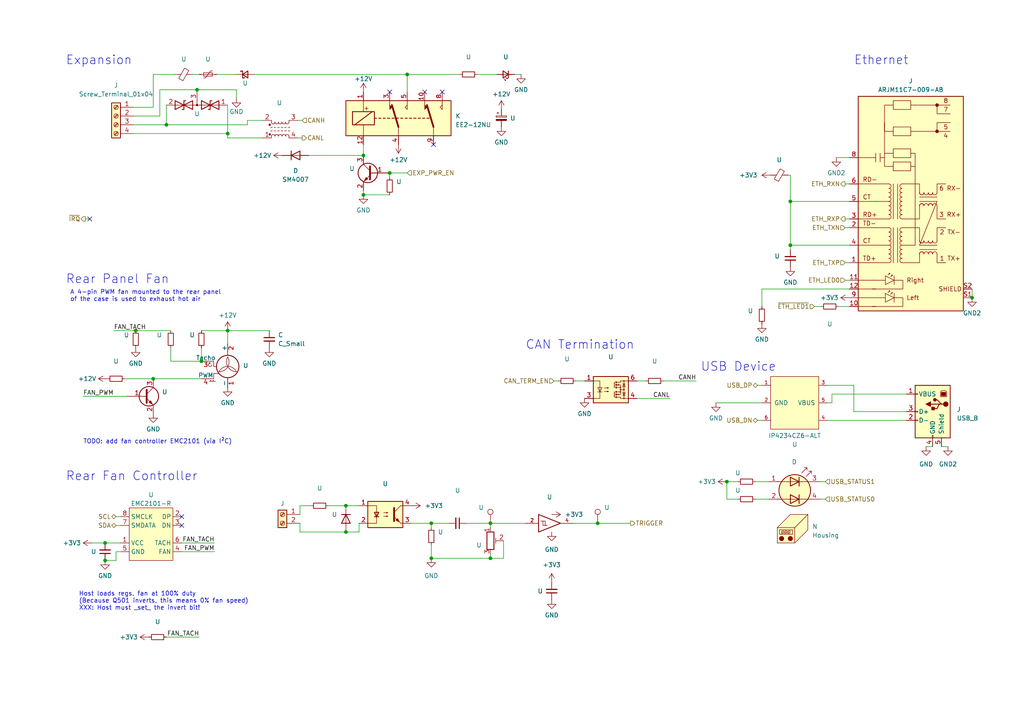
<source format=kicad_sch>
(kicad_sch (version 20220404) (generator eeschema)
  (paper "A4")
  (title_block (title "Programmable Load Controller") (date "2022-06-28") (rev "4"))
  (lib_symbols
    (symbol "74xGxx:74LVC1G17" (pin_names (offset 1.016))
      (property "Reference" "U" (at -2.54 3.81 0))
      (property "Value" "74LVC1G17" (at 0 -3.81 0))
      (symbol "74LVC1G17_1_1"
        (pin input line (at -7.62 0 0) (length 3.81) (name "~") (number "2"))
        (pin power_in line (at 0 -2.54 270) (length 0) hide (name "GND") (number "3"))
        (pin output line (at 6.35 0 180) (length 3.81) (name "~") (number "4"))
        (pin power_in line (at 0 2.54 90) (length 0) hide (name "VCC") (number "5"))
      )
    )
    (symbol "Connector:Screw_Terminal_01x02" (pin_names (offset 1.016) hide)
      (property "Reference" "J" (at 0 2.54 0))
      (property "Value" "Screw_Terminal_01x02" (at 0 -5.08 0))
      (symbol "Screw_Terminal_01x02_1_1"
        (pin passive line (at -5.08 0 0) (length 3.81) (name "Pin_1") (number "1"))
        (pin passive line (at -5.08 -2.54 0) (length 3.81) (name "Pin_2") (number "2"))
      )
    )
    (symbol "Connector:Screw_Terminal_01x04" (pin_names (offset 1.016) hide)
      (property "Reference" "J" (at 0 5.08 0))
      (property "Value" "Screw_Terminal_01x04" (at 0 -7.62 0))
      (symbol "Screw_Terminal_01x04_1_1"
        (pin passive line (at -5.08 2.54 0) (length 3.81) (name "Pin_1") (number "1"))
        (pin passive line (at -5.08 0 0) (length 3.81) (name "Pin_2") (number "2"))
        (pin passive line (at -5.08 -2.54 0) (length 3.81) (name "Pin_3") (number "3"))
        (pin passive line (at -5.08 -5.08 0) (length 3.81) (name "Pin_4") (number "4"))
      )
    )
    (symbol "Connector:TestPoint" (pin_numbers hide) (pin_names (offset 0.762) hide)
      (property "Reference" "TP" (at 0 6.858 0))
      (property "Value" "TestPoint" (at 0 5.08 0))
      (symbol "TestPoint_1_1"
        (pin passive line (at 0 0 90) (length 2.54) (name "1") (number "1"))
      )
    )
    (symbol "Connector:USB_B" (pin_names (offset 1.016))
      (property "Reference" "J" (at -5.08 11.43 0))
      (property "Value" "USB_B" (at -5.08 8.89 0))
      (symbol "USB_B_1_1"
        (pin power_out line (at 7.62 5.08 180) (length 2.54) (name "VBUS") (number "1"))
        (pin bidirectional line (at 7.62 -2.54 180) (length 2.54) (name "D-") (number "2"))
        (pin bidirectional line (at 7.62 0 180) (length 2.54) (name "D+") (number "3"))
        (pin power_out line (at 0 -10.16 90) (length 2.54) (name "GND") (number "4"))
        (pin passive line (at -2.54 -10.16 90) (length 2.54) (name "Shield") (number "5"))
      )
    )
    (symbol "Device:C_Polarized_Small" (pin_numbers hide) (pin_names (offset 0.254) hide)
      (property "Reference" "C" (at 0.254 1.778 0))
      (property "Value" "C_Polarized_Small" (at 0.254 -2.032 0))
      (symbol "C_Polarized_Small_1_1"
        (pin passive line (at 0 2.54 270) (length 1.8542) (name "~") (number "1"))
        (pin passive line (at 0 -2.54 90) (length 1.8542) (name "~") (number "2"))
      )
    )
    (symbol "Device:C_Small" (pin_numbers hide) (pin_names (offset 0.254) hide)
      (property "Reference" "C" (at 0.254 1.778 0))
      (property "Value" "C_Small" (at 0.254 -2.032 0))
      (symbol "C_Small_1_1"
        (pin passive line (at 0 2.54 270) (length 2.032) (name "~") (number "1"))
        (pin passive line (at 0 -2.54 90) (length 2.032) (name "~") (number "2"))
      )
    )
    (symbol "Device:D_Schottky_Small" (pin_numbers hide) (pin_names (offset 0.254) hide)
      (property "Reference" "D" (at -1.27 2.032 0))
      (property "Value" "D_Schottky_Small" (at -7.112 -2.032 0))
      (symbol "D_Schottky_Small_1_1"
        (pin passive line (at -2.54 0 0) (length 1.778) (name "K") (number "1"))
        (pin passive line (at 2.54 0 180) (length 1.778) (name "A") (number "2"))
      )
    )
    (symbol "Device:D_TVS_Dual_AAC" (pin_names (offset 1.016) hide)
      (property "Reference" "D" (at 0 4.445 0))
      (property "Value" "D_TVS_Dual_AAC" (at 0 2.54 0))
      (symbol "D_TVS_Dual_AAC_1_1"
        (pin passive line (at -8.89 0 0) (length 2.54) (name "A1") (number "1"))
        (pin passive line (at 8.89 0 180) (length 2.54) (name "A2") (number "2"))
        (pin input line (at 0 -3.81 90) (length 2.54) (name "common") (number "3"))
      )
    )
    (symbol "Device:FerriteBead_Small" (pin_numbers hide) (pin_names (offset 0))
      (property "Reference" "FB" (at 1.905 1.27 0))
      (property "Value" "FerriteBead_Small" (at 1.905 -1.27 0))
      (symbol "FerriteBead_Small_1_1"
        (pin passive line (at 0 2.54 270) (length 1.27) (name "~") (number "1"))
        (pin passive line (at 0 -2.54 90) (length 1.27) (name "~") (number "2"))
      )
    )
    (symbol "Device:LED_Dual_AAKK" (pin_names (offset 0) hide)
      (property "Reference" "D" (at 0 5.715 0))
      (property "Value" "LED_Dual_AAKK" (at 0 -6.35 0))
      (symbol "LED_Dual_AAKK_1_1"
        (pin input line (at -7.62 2.54 0) (length 3.048) (name "A1") (number "1"))
        (pin input line (at -7.62 -2.54 0) (length 3.048) (name "A2") (number "2"))
        (pin input line (at 7.62 2.54 180) (length 3.81) (name "K1") (number "3"))
        (pin input line (at 7.62 -2.54 180) (length 3.81) (name "K2") (number "4"))
      )
    )
    (symbol "Device:LED_Small" (pin_numbers hide) (pin_names (offset 0.254) hide)
      (property "Reference" "D" (at -1.27 3.175 0))
      (property "Value" "LED_Small" (at -4.445 -2.54 0))
      (symbol "LED_Small_1_1"
        (pin passive line (at -2.54 0 0) (length 1.778) (name "K") (number "1"))
        (pin passive line (at 2.54 0 180) (length 1.778) (name "A") (number "2"))
      )
    )
    (symbol "Device:L_Ferrite_Coupled_1423" (pin_names (offset 0.254) hide)
      (property "Reference" "L" (at 0 4.445 0))
      (property "Value" "L_Ferrite_Coupled_1423" (at 0 -4.445 0))
      (symbol "L_Ferrite_Coupled_1423_1_1"
        (pin passive line (at -5.08 2.54 0) (length 2.54) (name "1") (number "1"))
        (pin passive line (at -5.08 -2.54 0) (length 2.54) (name "2") (number "2"))
        (pin passive line (at 5.08 -2.54 180) (length 2.54) (name "3") (number "3"))
        (pin passive line (at 5.08 2.54 180) (length 2.54) (name "4") (number "4"))
      )
    )
    (symbol "Device:Polyfuse_Small" (pin_numbers hide) (pin_names (offset 0))
      (property "Reference" "F" (at -1.905 0 90))
      (property "Value" "Polyfuse_Small" (at 1.905 0 90))
      (symbol "Polyfuse_Small_1_1"
        (pin passive line (at 0 2.54 270) (length 0.635) (name "~") (number "1"))
        (pin passive line (at 0 -2.54 90) (length 0.635) (name "~") (number "2"))
      )
    )
    (symbol "Device:R_Potentiometer_Trim" (pin_names (offset 1.016) hide)
      (property "Reference" "RV" (at -4.445 0 90))
      (property "Value" "R_Potentiometer_Trim" (at -2.54 0 90))
      (symbol "R_Potentiometer_Trim_1_1"
        (pin passive line (at 0 3.81 270) (length 1.27) (name "1") (number "1"))
        (pin passive line (at 3.81 0 180) (length 1.27) (name "2") (number "2"))
        (pin passive line (at 0 -3.81 90) (length 1.27) (name "3") (number "3"))
      )
    )
    (symbol "Device:R_Small" (pin_numbers hide) (pin_names (offset 0.254) hide)
      (property "Reference" "R" (at 0.762 0.508 0))
      (property "Value" "R_Small" (at 0.762 -1.016 0))
      (symbol "R_Small_1_1"
        (pin passive line (at 0 2.54 270) (length 0.762) (name "~") (number "1"))
        (pin passive line (at 0 -2.54 90) (length 0.762) (name "~") (number "2"))
      )
    )
    (symbol "Diode:1N4148W" (pin_numbers hide) (pin_names (offset 1.016) hide)
      (property "Reference" "D" (at 0 2.54 0))
      (property "Value" "1N4148W" (at 0 -2.54 0))
      (symbol "1N4148W_1_1"
        (pin passive line (at -3.81 0 0) (length 2.54) (name "K") (number "1"))
        (pin passive line (at 3.81 0 180) (length 2.54) (name "A") (number "2"))
      )
    )
    (symbol "Diode:SM4007" (pin_numbers hide) (pin_names (offset 1.016) hide)
      (property "Reference" "D" (at 0 2.54 0))
      (property "Value" "SM4007" (at 0 -2.54 0))
      (symbol "SM4007_1_1"
        (pin passive line (at -3.81 0 0) (length 2.54) (name "K") (number "1"))
        (pin passive line (at 3.81 0 180) (length 2.54) (name "A") (number "2"))
      )
    )
    (symbol "Isolator:FODM217B"
      (property "Reference" "U" (at -5.08 5.08 0))
      (property "Value" "FODM217B" (at 0 5.08 0))
      (symbol "FODM217B_1_1"
        (pin passive line (at -7.62 2.54 0) (length 2.54) (name "~") (number "1"))
        (pin passive line (at -7.62 -2.54 0) (length 2.54) (name "~") (number "2"))
        (pin passive line (at 7.62 -2.54 180) (length 2.54) (name "~") (number "3"))
        (pin passive line (at 7.62 2.54 180) (length 2.54) (name "~") (number "4"))
      )
    )
    (symbol "Mechanical:Housing" (pin_names (offset 1.016))
      (property "Reference" "N" (at 3.81 0 0))
      (property "Value" "Housing" (at 3.81 -1.905 0))
    )
    (symbol "Motor:Fan_4pin" (pin_names (offset 0))
      (property "Reference" "M" (at 2.54 5.08 0))
      (property "Value" "Fan_4pin" (at 2.54 -2.54 0))
      (symbol "Fan_4pin_1_1"
        (pin passive line (at 0 -5.08 90) (length 2.54) (name "-") (number "1"))
        (pin passive line (at 0 7.62 270) (length 2.54) (name "+") (number "2"))
        (pin passive line (at -7.62 2.54 0) (length 2.54) (name "Tacho") (number "3"))
        (pin input line (at -7.62 -2.54 0) (length 2.54) (name "PWM") (number "4"))
      )
    )
    (symbol "Relay:EE2-12NU"
      (property "Reference" "K" (at 15.24 8.89 0))
      (property "Value" "EE2-12NU" (at 19.05 6.35 0))
      (symbol "EE2-12NU_1_1"
        (text "+" (at -9.271 2.921 0) (effects (font (size 1.27 1.27))))
        (pin passive line (at -10.16 7.62 270) (length 2.54) (name "~") (number "1"))
        (pin passive line (at 7.62 7.62 270) (length 2.54) (name "~") (number "10"))
        (pin passive line (at -10.16 -7.62 90) (length 2.54) (name "~") (number "12"))
        (pin passive line (at -2.54 7.62 270) (length 2.54) (name "~") (number "3"))
        (pin passive line (at 0 -7.62 90) (length 2.54) (name "~") (number "4"))
        (pin passive line (at 2.54 7.62 270) (length 2.54) (name "~") (number "5"))
        (pin passive line (at 12.7 7.62 270) (length 2.54) (name "~") (number "8"))
        (pin passive line (at 10.16 -7.62 90) (length 2.54) (name "~") (number "9"))
      )
    )
    (symbol "Transistor_BJT:MMBT3904" (pin_names (offset 0) hide)
      (property "Reference" "Q" (at 5.08 1.905 0))
      (property "Value" "MMBT3904" (at 5.08 0 0))
      (symbol "MMBT3904_1_1"
        (pin input line (at -5.08 0 0) (length 5.715) (name "B") (number "1"))
        (pin passive line (at 2.54 -5.08 90) (length 2.54) (name "E") (number "2"))
        (pin passive line (at 2.54 5.08 270) (length 2.54) (name "C") (number "3"))
      )
    )
    (symbol "power:+12V" (power) (pin_names (offset 0))
      (property "Value" "+12V" (at 0 3.556 0))
      (symbol "+12V_1_1"
        (pin power_in line (at 0 0 90) (length 0) hide (name "+12V") (number "1"))
      )
    )
    (symbol "power:+3V3" (power) (pin_names (offset 0))
      (property "Value" "+3V3" (at 0 3.556 0))
      (symbol "+3V3_1_1"
        (pin power_in line (at 0 0 90) (length 0) hide (name "+3V3") (number "1"))
      )
    )
    (symbol "power:GND" (power) (pin_names (offset 0))
      (property "Value" "GND" (at 0 -3.81 0))
      (symbol "GND_1_1"
        (pin power_in line (at 0 0 270) (length 0) hide (name "GND") (number "1"))
      )
    )
    (symbol "power:GND2" (power) (pin_names (offset 0))
      (property "Value" "GND2" (at 0 -3.81 0))
      (symbol "GND2_1_1"
        (pin power_in line (at 0 0 270) (length 0) hide (name "GND2") (number "1"))
      )
    )
    (symbol "programmable-load:ARJM11C7-009-AB" (pin_names (offset 1.016) hide)
      (property "Reference" "J" (at 0 -38.1 0))
      (property "Value" "ARJM11C7-009-AB" (at 0 -35.56 0))
      (symbol "ARJM11C7-009-AB_0_0"
        (text "1 TX+" (at 11.43 -19.05 0) (effects (font (size 1.27 1.27))))
        (text "2 TX-" (at 11.43 -11.43 0) (effects (font (size 1.27 1.27))))
        (text "3 RX+" (at 11.43 -6.35 0) (effects (font (size 1.27 1.27))))
        (text "4" (at 10.16 16.51 0) (effects (font (size 1.27 1.27))))
        (text "5" (at 10.16 19.05 0) (effects (font (size 1.27 1.27))))
        (text "6 RX-" (at 11.43 1.27 0) (effects (font (size 1.27 1.27))))
        (text "7" (at 10.16 24.13 0) (effects (font (size 1.27 1.27))))
        (text "8" (at 10.16 26.67 0) (effects (font (size 1.27 1.27))))
        (text "CT" (at -13.97 -1.27 0) (effects (font (size 1.27 1.27)) (justify left)))
        (text "RD-" (at -13.97 3.81 0) (effects (font (size 1.27 1.27)) (justify left)))
        (text "Right" (at -1.27 -25.4 0) (effects (font (size 1.27 1.27)) (justify left)))
        (text "SHIELD" (at 11.43 -27.94 0) (effects (font (size 1.27 1.27))))
      )
      (symbol "ARJM11C7-009-AB_1_1"
        (text "CT" (at -13.97 -13.97 0) (effects (font (size 1.27 1.27)) (justify left)))
        (text "Left" (at -1.27 -30.48 0) (effects (font (size 1.27 1.27)) (justify left)))
        (text "RD+" (at -13.97 -6.35 0) (effects (font (size 1.27 1.27)) (justify left)))
        (text "TD+" (at -13.97 -19.05 0) (effects (font (size 1.27 1.27)) (justify left)))
        (text "TD-" (at -13.97 -8.89 0) (effects (font (size 1.27 1.27)) (justify left)))
        (pin passive line (at -17.78 -20.32 0) (length 2.54) (name "TD+") (number "1"))
        (pin passive line (at -17.78 -33.02 0) (length 2.54) (name "RLED-") (number "10"))
        (pin passive line (at -17.78 -25.4 0) (length 2.54) (name "LLED+") (number "11"))
        (pin passive line (at -17.78 -27.94 0) (length 2.54) (name "LLED-") (number "12"))
        (pin passive line (at -17.78 -10.16 0) (length 2.54) (name "TD-") (number "2"))
        (pin passive line (at -17.78 -7.62 0) (length 2.54) (name "RD+") (number "3"))
        (pin passive line (at -17.78 -15.24 0) (length 2.54) (name "CT") (number "4"))
        (pin passive line (at -17.78 -2.54 0) (length 2.54) (name "CT") (number "5"))
        (pin passive line (at -17.78 2.54 0) (length 2.54) (name "RD-") (number "6"))
        (pin no_connect line (at -17.78 17.78 0) (length 2.54) hide (name "NC") (number "7"))
        (pin passive line (at -17.78 10.16 0) (length 2.54) (name "8") (number "8"))
        (pin passive line (at -17.78 -30.48 0) (length 2.54) (name "RLED+") (number "9"))
        (pin passive line (at 17.78 -30.48 180) (length 2.54) (name "SHIELD") (number "S1"))
        (pin passive line (at 17.78 -27.94 180) (length 2.54) (name "SHIELD") (number "S2"))
      )
    )
    (symbol "programmable-load:EMC2101-R"
      (property "Reference" "U" (at 0 3.81 0))
      (property "Value" "EMC2101-R" (at 0 1.27 0))
      (symbol "EMC2101-R_1_1"
        (pin power_in line (at -8.89 -10.16 0) (length 2.54) (name "VCC") (number "1"))
        (pin output line (at 8.89 -2.54 180) (length 2.54) (name "DP") (number "2"))
        (pin input line (at 8.89 -5.08 180) (length 2.54) (name "DN") (number "3"))
        (pin output line (at 8.89 -12.7 180) (length 2.54) (name "FAN") (number "4"))
        (pin power_in line (at -8.89 -12.7 0) (length 2.54) (name "GND") (number "5"))
        (pin input line (at 8.89 -10.16 180) (length 2.54) (name "TACH") (number "6"))
        (pin bidirectional line (at -8.89 -5.08 0) (length 2.54) (name "SMDATA") (number "7"))
        (pin bidirectional line (at -8.89 -2.54 0) (length 2.54) (name "SMCLK") (number "8"))
      )
    )
    (symbol "programmable-load:IP4234CZ6-ALT" (pin_names (offset 1.016))
      (property "Reference" "U" (at 6.35 5.08 0))
      (property "Value" "IP4234CZ6-ALT" (at 6.35 2.54 0))
      (symbol "IP4234CZ6-ALT_1_1"
        (pin passive line (at 16.51 -12.7 180) (length 2.54) (name "1") (number "1"))
        (pin passive line (at 16.51 -7.62 180) (length 2.54) (name "GND") (number "2"))
        (pin passive line (at -2.54 -12.7 0) (length 2.54) (name "3") (number "3"))
        (pin passive line (at -2.54 -2.54 0) (length 2.54) (name "4") (number "4"))
        (pin passive line (at -2.54 -7.62 0) (length 2.54) (name "VBUS") (number "5"))
        (pin passive line (at 16.51 -2.54 180) (length 2.54) (name "6") (number "6"))
      )
    )
    (symbol "programmable-load:TLP170A"
      (property "Reference" "U" (at -5.08 4.953 0))
      (property "Value" "TLP170A" (at -5.08 -5.08 0))
      (symbol "TLP170A_1_1"
        (pin passive line (at -7.62 2.54 0) (length 2.54) (name "~") (number "1"))
        (pin passive line (at -7.62 -2.54 0) (length 2.54) (name "~") (number "3"))
        (pin passive line (at 7.62 -2.54 180) (length 2.54) (name "~") (number "4"))
        (pin passive line (at 7.62 2.54 180) (length 2.54) (name "~") (number "6"))
      )
    )
  )
  (junction (at 142.24 161.925))
  (junction (at 66.04 38.735))
  (junction (at 210.82 139.7))
  (junction (at 100.33 146.685))
  (junction (at 173.355 151.765))
  (junction (at 118.11 21.59))
  (junction (at 281.94 86.36))
  (junction (at 58.42 104.775))
  (junction (at 39.37 95.885))
  (junction (at 105.41 45.085))
  (junction (at 48.26 36.195))
  (junction (at 30.48 157.48))
  (junction (at 105.41 56.515))
  (junction (at 57.15 26.035))
  (junction (at 229.235 58.42))
  (junction (at 113.03 50.165))
  (junction (at 125.095 161.925))
  (junction (at 125.095 151.765))
  (junction (at 229.235 71.12))
  (junction (at 100.33 154.305))
  (junction (at 66.04 95.885))
  (junction (at 142.24 151.765))
  (junction (at 44.45 109.855))
  (junction (at 30.48 162.56))
  (no_connect (at 128.27 26.67))
  (no_connect (at 123.19 26.67))
  (no_connect (at 52.705 149.86))
  (no_connect (at 52.705 152.4))
  (no_connect (at 113.03 26.67))
  (no_connect (at 125.73 41.91))
  (no_connect (at 26.035 63.5))
  (wire (pts (xy 245.11 53.34) (xy 246.38 53.34)))
  (wire (pts (xy 135.255 151.765) (xy 142.24 151.765)))
  (wire (pts (xy 105.41 56.515) (xy 113.03 56.515)))
  (wire (pts (xy 219.71 121.92) (xy 220.98 121.92)))
  (wire (pts (xy 48.26 36.195) (xy 48.26 30.48)))
  (wire (pts (xy 30.48 162.56) (xy 33.655 162.56)))
  (wire (pts (xy 142.24 161.925) (xy 146.05 161.925)))
  (wire (pts (xy 86.36 34.925) (xy 87.63 34.925)))
  (wire (pts (xy 247.65 111.76) (xy 247.65 119.38)))
  (wire (pts (xy 245.11 66.04) (xy 246.38 66.04)))
  (wire (pts (xy 245.11 63.5) (xy 246.38 63.5)))
  (wire (pts (xy 33.655 149.86) (xy 34.925 149.86)))
  (wire (pts (xy 229.235 50.8) (xy 228.6 50.8)))
  (wire (pts (xy 138.43 21.59) (xy 144.145 21.59)))
  (wire (pts (xy 30.48 157.48) (xy 34.925 157.48)))
  (wire (pts (xy 247.65 119.38) (xy 262.89 119.38)))
  (wire (pts (xy 229.235 58.42) (xy 229.235 50.8)))
  (wire (pts (xy 89.535 45.085) (xy 105.41 45.085)))
  (wire (pts (xy 104.14 146.685) (xy 100.33 146.685)))
  (wire (pts (xy 125.095 151.765) (xy 125.095 153.035)))
  (wire (pts (xy 44.45 21.59) (xy 50.8 21.59)))
  (wire (pts (xy 49.53 104.775) (xy 49.53 100.965)))
  (wire (pts (xy 86.36 40.005) (xy 87.63 40.005)))
  (wire (pts (xy 219.71 111.76) (xy 220.98 111.76)))
  (wire (pts (xy 207.645 116.84) (xy 220.98 116.84)))
  (wire (pts (xy 125.095 151.765) (xy 130.175 151.765)))
  (wire (pts (xy 66.04 38.735) (xy 66.04 30.48)))
  (wire (pts (xy 192.405 110.49) (xy 201.93 110.49)))
  (wire (pts (xy 229.235 71.12) (xy 229.235 72.39)))
  (wire (pts (xy 71.755 36.195) (xy 71.755 34.925)))
  (wire (pts (xy 38.735 33.655) (xy 46.355 33.655)))
  (wire (pts (xy 52.705 157.48) (xy 62.23 157.48)))
  (wire (pts (xy 38.735 38.735) (xy 66.04 38.735)))
  (wire (pts (xy 33.655 162.56) (xy 33.655 160.02)))
  (wire (pts (xy 113.03 50.165) (xy 118.11 50.165)))
  (wire (pts (xy 146.05 156.845) (xy 146.05 161.925)))
  (wire (pts (xy 104.14 154.305) (xy 104.14 151.765)))
  (wire (pts (xy 236.22 88.9) (xy 238.125 88.9)))
  (wire (pts (xy 55.88 21.59) (xy 57.785 21.59)))
  (wire (pts (xy 167.005 110.49) (xy 169.545 110.49)))
  (wire (pts (xy 149.225 21.59) (xy 151.13 21.59)))
  (wire (pts (xy 118.11 21.59) (xy 118.11 26.67)))
  (wire (pts (xy 46.355 33.655) (xy 46.355 26.035)))
  (wire (pts (xy 33.655 152.4) (xy 34.925 152.4)))
  (wire (pts (xy 245.11 81.28) (xy 246.38 81.28)))
  (wire (pts (xy 33.02 95.885) (xy 39.37 95.885)))
  (wire (pts (xy 166.37 151.765) (xy 173.355 151.765)))
  (wire (pts (xy 118.11 21.59) (xy 133.35 21.59)))
  (wire (pts (xy 243.205 88.9) (xy 246.38 88.9)))
  (wire (pts (xy 242.57 45.72) (xy 246.38 45.72)))
  (wire (pts (xy 49.53 104.775) (xy 58.42 104.775)))
  (wire (pts (xy 73.66 21.59) (xy 118.11 21.59)))
  (wire (pts (xy 26.67 157.48) (xy 30.48 157.48)))
  (wire (pts (xy 46.355 26.035) (xy 57.15 26.035)))
  (wire (pts (xy 152.4 151.765) (xy 142.24 151.765)))
  (wire (pts (xy 247.65 111.76) (xy 240.03 111.76)))
  (wire (pts (xy 100.33 154.305) (xy 104.14 154.305)))
  (wire (pts (xy 210.82 139.7) (xy 210.82 144.78)))
  (wire (pts (xy 66.04 40.005) (xy 66.04 38.735)))
  (wire (pts (xy 229.235 58.42) (xy 229.235 71.12)))
  (wire (pts (xy 220.98 83.82) (xy 246.38 83.82)))
  (wire (pts (xy 44.45 31.115) (xy 44.45 21.59)))
  (wire (pts (xy 57.15 26.67) (xy 57.15 26.035)))
  (wire (pts (xy 125.095 158.115) (xy 125.095 161.925)))
  (wire (pts (xy 48.26 36.195) (xy 71.755 36.195)))
  (wire (pts (xy 219.075 144.78) (xy 222.885 144.78)))
  (wire (pts (xy 245.11 76.2) (xy 246.38 76.2)))
  (wire (pts (xy 160.655 110.49) (xy 161.925 110.49)))
  (wire (pts (xy 68.58 26.035) (xy 57.15 26.035)))
  (wire (pts (xy 66.04 40.005) (xy 76.2 40.005)))
  (wire (pts (xy 268.605 129.54) (xy 270.51 129.54)))
  (wire (pts (xy 66.04 95.885) (xy 78.105 95.885)))
  (wire (pts (xy 173.355 151.765) (xy 182.88 151.765)))
  (wire (pts (xy 113.03 50.165) (xy 113.03 51.435)))
  (wire (pts (xy 142.24 160.655) (xy 142.24 161.925)))
  (wire (pts (xy 281.94 83.82) (xy 281.94 86.36)))
  (wire (pts (xy 58.42 100.965) (xy 58.42 104.775)))
  (wire (pts (xy 238.125 139.7) (xy 239.395 139.7)))
  (wire (pts (xy 238.125 144.78) (xy 239.395 144.78)))
  (wire (pts (xy 210.82 139.7) (xy 213.995 139.7)))
  (wire (pts (xy 273.05 129.54) (xy 274.955 129.54)))
  (wire (pts (xy 86.995 151.765) (xy 86.995 154.305)))
  (wire (pts (xy 240.03 121.92) (xy 262.89 121.92)))
  (wire (pts (xy 105.41 56.515) (xy 105.41 55.245)))
  (wire (pts (xy 24.765 63.5) (xy 26.035 63.5)))
  (wire (pts (xy 39.37 95.885) (xy 49.53 95.885)))
  (wire (pts (xy 220.98 83.82) (xy 220.98 88.9)))
  (wire (pts (xy 86.995 154.305) (xy 100.33 154.305)))
  (wire (pts (xy 95.25 146.685) (xy 100.33 146.685)))
  (wire (pts (xy 219.075 139.7) (xy 222.885 139.7)))
  (wire (pts (xy 48.26 184.785) (xy 57.785 184.785)))
  (wire (pts (xy 66.04 95.885) (xy 66.04 99.695)))
  (wire (pts (xy 36.195 109.855) (xy 44.45 109.855)))
  (wire (pts (xy 229.235 71.12) (xy 246.38 71.12)))
  (wire (pts (xy 210.82 144.78) (xy 213.995 144.78)))
  (wire (pts (xy 105.41 41.91) (xy 105.41 45.085)))
  (wire (pts (xy 38.735 31.115) (xy 44.45 31.115)))
  (wire (pts (xy 38.735 36.195) (xy 48.26 36.195)))
  (wire (pts (xy 86.995 146.685) (xy 90.17 146.685)))
  (wire (pts (xy 68.58 28.575) (xy 68.58 26.035)))
  (wire (pts (xy 71.755 34.925) (xy 76.2 34.925)))
  (wire (pts (xy 52.705 160.02) (xy 62.23 160.02)))
  (wire (pts (xy 241.3 114.3) (xy 241.3 116.84)))
  (wire (pts (xy 33.655 160.02) (xy 34.925 160.02)))
  (wire (pts (xy 241.3 114.3) (xy 262.89 114.3)))
  (wire (pts (xy 86.995 146.685) (xy 86.995 149.225)))
  (wire (pts (xy 184.785 110.49) (xy 187.325 110.49)))
  (wire (pts (xy 241.3 116.84) (xy 240.03 116.84)))
  (wire (pts (xy 62.865 21.59) (xy 68.58 21.59)))
  (wire (pts (xy 58.42 95.885) (xy 66.04 95.885)))
  (wire (pts (xy 229.235 58.42) (xy 246.38 58.42)))
  (wire (pts (xy 142.24 151.765) (xy 142.24 153.035)))
  (wire (pts (xy 125.095 161.925) (xy 142.24 161.925)))
  (wire (pts (xy 24.13 114.935) (xy 36.83 114.935)))
  (wire (pts (xy 184.785 115.57) (xy 194.31 115.57)))
  (wire (pts (xy 125.095 151.765) (xy 119.38 151.765)))
  (wire (pts (xy 44.45 109.855) (xy 58.42 109.855)))
  (text "Rear Panel Fan" (at 19.05 82.55 0) (effects (font (size 2.54 2.54)) (justify left bottom)))
  (text "CAN Termination" (at 152.4 101.6 0) (effects (font (size 2.54 2.54)) (justify left bottom)))
  (text "A 4-pin PWM fan mounted to the rear panel\nof the case is used to exhaust hot air" (at 20.32 87.63 0) (effects (font (size 1.27 1.27)) (justify left bottom)))
  (text "Host loads regs, fan at 100% duty\n(Because Q501 inverts, this means 0% fan speed)\nXXX: Host must _set_ the invert bit!" (at 22.86 177.165 0) (effects (font (size 1.27 1.27)) (justify left bottom)))
  (text "USB Device" (at 203.2 107.95 0) (effects (font (size 2.54 2.54)) (justify left bottom)))
  (text "Ethernet" (at 247.65 19.05 0) (effects (font (size 2.54 2.54)) (justify left bottom)))
  (text "Rear Fan Controller" (at 19.05 139.7 0) (effects (font (size 2.54 2.54)) (justify left bottom)))
  (text "TODO: add fan controller EMC2101 (via I²C)" (at 24.13 128.905 0) (effects (font (size 1.27 1.27)) (justify left bottom)))
  (text "Expansion" (at 19.05 19.05 0) (effects (font (size 2.54 2.54)) (justify left bottom)))
  (label "FAN_TACH" (at 57.785 184.785 0))
  (label "CANL" (at 194.31 115.57 0))
  (label "FAN_TACH" (at 33.02 95.885 0))
  (label "FAN_TACH" (at 62.23 157.48 0))
  (label "CANH" (at 201.93 110.49 0))
  (label "FAN_PWM" (at 24.13 114.935 0))
  (label "FAN_PWM" (at 62.23 160.02 0))
  (hierarchical_label "~{IRQ}" (shape output) (at 24.765 63.5 180))
  (hierarchical_label "USB_STATUS1" (shape input) (at 239.395 139.7 0))
  (hierarchical_label "SCL" (shape bidirectional) (at 33.655 149.86 180))
  (hierarchical_label "CAN_TERM_EN" (shape input) (at 160.655 110.49 180))
  (hierarchical_label "CANH" (shape input) (at 87.63 34.925 0))
  (hierarchical_label "CANL" (shape output) (at 87.63 40.005 0))
  (hierarchical_label "USB_DN" (shape bidirectional) (at 219.71 121.92 180))
  (hierarchical_label "USB_STATUS0" (shape input) (at 239.395 144.78 0))
  (hierarchical_label "SDA" (shape bidirectional) (at 33.655 152.4 180))
  (hierarchical_label "ETH_RXN" (shape output) (at 245.11 53.34 180))
  (hierarchical_label "ETH_LED0" (shape input) (at 245.11 81.28 180))
  (hierarchical_label "TRIGGER" (shape output) (at 182.88 151.765 0))
  (hierarchical_label "ETH_RXP" (shape output) (at 245.11 63.5 180))
  (hierarchical_label "EXP_PWR_EN" (shape input) (at 118.11 50.165 0))
  (hierarchical_label "USB_DP" (shape bidirectional) (at 219.71 111.76 180))
  (hierarchical_label "~{ETH_LED1}" (shape input) (at 236.22 88.9 180))
  (hierarchical_label "ETH_TXN" (shape input) (at 245.11 66.04 180))
  (hierarchical_label "ETH_TXP" (shape input) (at 245.11 76.2 180))
  (symbol (lib_id "power:+12V") (at 145.415 31.75 0) (unit 1)
    (default_instance (reference "U") (unit 1) (value "") (footprint ""))
    (property "Reference" "U" (effects hide))
  )
  (symbol (lib_id "Device:C_Small") (at 160.02 171.45 0) (mirror x) (unit 1)
    (default_instance (reference "U") (unit 1) (value "") (footprint ""))
    (property "Reference" "U" (at 157.48 171.45 0) (effects (justify right)))
    (property "JLCPCB" "C14663" (effects hide))
  )
  (symbol (lib_id "power:GND") (at 160.02 173.99 0) (mirror y) (unit 1)
    (default_instance (reference "U") (unit 1) (value "") (footprint ""))
    (property "Reference" "U" (effects hide))
  )
  (symbol (lib_id "power:GND") (at 207.645 116.84 0) (unit 1)
    (default_instance (reference "#PWR") (unit 1) (value "GND") (footprint ""))
    (property "Reference" "#PWR" (effects hide))
    (property "Value" "GND" (at 207.645 121.285 0))
  )
  (symbol (lib_id "power:GND") (at 169.545 115.57 0) (unit 1)
    (default_instance (reference "U") (unit 1) (value "") (footprint ""))
    (property "Reference" "U" (effects hide))
  )
  (symbol (lib_id "power:GND") (at 160.02 154.305 0) (mirror y) (unit 1)
    (default_instance (reference "U") (unit 1) (value "") (footprint ""))
    (property "Reference" "U" (effects hide))
  )
  (symbol (lib_id "programmable-load:IP4234CZ6-ALT") (at 237.49 124.46 180) (unit 1)
    (default_instance (reference "U") (unit 1) (value "IP4234CZ6-ALT") (footprint "Package_SO:TSOP-6_1.65x3.05mm_P0.95mm"))
    (property "Reference" "U" (at 230.505 128.905 0))
    (property "Value" "IP4234CZ6-ALT" (at 230.505 126.365 0))
    (property "Footprint" "Package_SO:TSOP-6_1.65x3.05mm_P0.95mm" (effects hide))
    (property "Datasheet" "https://assets.nexperia.com/documents/data-sheet/IP4234CZ6.pdf" (effects hide))
    (property "MPN" "IP4234CZ6,125" (effects hide))
  )
  (symbol (lib_id "Device:C_Polarized_Small") (at 145.415 34.29 0) (unit 1)
    (default_instance (reference "U") (unit 1) (value "") (footprint ""))
    (property "Reference" "U" (at 147.955 34.29 0) (effects (justify left)))
    (property "MPN" "A758EK226M1EAAE050" (effects hide))
  )
  (symbol (lib_id "Device:R_Small") (at 113.03 53.975 180) (unit 1)
    (default_instance (reference "U") (unit 1) (value "") (footprint ""))
    (property "Reference" "U" (at 114.935 52.7049 0) (effects (justify right)))
    (property "JLCPCB" "C23162" (effects hide))
  )
  (symbol (lib_id "Diode:SM4007") (at 85.725 45.085 0) (unit 1)
    (default_instance (reference "D") (unit 1) (value "SM4007") (footprint "Diode_SMD:D_MELF"))
    (property "Reference" "D" (at 85.725 49.53 0))
    (property "Value" "SM4007" (at 85.725 52.07 0))
    (property "Footprint" "Diode_SMD:D_MELF" (effects hide))
    (property "Datasheet" "http://cdn-reichelt.de/documents/datenblatt/A400/SMD1N400%23DIO.pdf" (effects hide))
    (property "MPN" "FM4007W-W" (effects hide))
  )
  (symbol (lib_id "power:GND") (at 66.04 112.395 0) (unit 1)
    (default_instance (reference "U") (unit 1) (value "") (footprint ""))
    (property "Reference" "U" (effects hide))
  )
  (symbol (lib_id "power:+12V") (at 66.04 95.885 0) (unit 1)
    (default_instance (reference "U") (unit 1) (value "") (footprint ""))
    (property "Reference" "U" (effects hide))
  )
  (symbol (lib_id "power:+3V3") (at 160.02 149.225 270) (mirror x) (unit 1)
    (default_instance (reference "U") (unit 1) (value "") (footprint ""))
    (property "Reference" "U" (effects hide))
  )
  (symbol (lib_id "Device:R_Small") (at 240.665 88.9 90) (mirror x) (unit 1)
    (default_instance (reference "U") (unit 1) (value "") (footprint ""))
    (property "Reference" "U" (at 240.665 93.98 90))
    (property "JLCPCB" "C23138" (effects hide))
  )
  (symbol (lib_id "Motor:Fan_4pin") (at 66.04 107.315 0) (unit 1)
    (default_instance (reference "U") (unit 1) (value "") (footprint ""))
    (property "Reference" "U" (at 70.485 106.0449 0) (effects (justify left)))
    (property "Datasheet" "http://www.formfactors.org/developer%5Cspecs%5Crev1_2_public.pdf" (effects hide))
    (property "MPN" "47053-1000" (effects hide))
  )
  (symbol (lib_id "Mechanical:Housing") (at 231.14 153.035 0) (unit 1)
    (default_instance (reference "N") (unit 1) (value "Housing") (footprint ""))
    (property "Reference" "N" (at 235.585 152.7175 0) (effects (justify left)))
    (property "Value" "Housing" (at 235.585 155.2575 0) (effects (justify left)))
    (property "MPN" "SLP3-150-300-F" (effects hide))
  )
  (symbol (lib_id "Device:D_Schottky_Small") (at 71.12 21.59 0) (unit 1)
    (default_instance (reference "U") (unit 1) (value "") (footprint ""))
    (property "Reference" "U" (at 71.12 24.13 0))
    (property "MPN" "SS14_R1_00001" (effects hide))
  )
  (symbol (lib_id "Device:R_Small") (at 220.98 91.44 0) (mirror x) (unit 1)
    (default_instance (reference "U") (unit 1) (value "") (footprint ""))
    (property "Reference" "U" (at 218.44 90.1699 0) (effects (justify right)))
    (property "JLCPCB" "C23138" (effects hide))
  )
  (symbol (lib_id "Device:R_Small") (at 216.535 144.78 90) (mirror x) (unit 1)
    (default_instance (reference "U") (unit 1) (value "") (footprint ""))
    (property "Reference" "U" (at 213.995 142.24 90))
    (property "JLCPCB" "C21190" (effects hide))
  )
  (symbol (lib_id "power:GND") (at 220.98 93.98 0) (unit 1)
    (default_instance (reference "#PWR") (unit 1) (value "GND") (footprint ""))
    (property "Reference" "#PWR" (effects hide))
    (property "Value" "GND" (at 220.98 98.425 0))
  )
  (symbol (lib_id "Device:R_Small") (at 189.865 110.49 90) (unit 1)
    (default_instance (reference "U") (unit 1) (value "") (footprint ""))
    (property "Reference" "U" (at 189.865 104.775 90))
    (property "MPN" "RMC1/4-101JTE" (effects hide))
    (property "JLCPCB" "C22775" (effects hide))
  )
  (symbol (lib_id "power:GND") (at 105.41 56.515 0) (unit 1)
    (default_instance (reference "#PWR") (unit 1) (value "GND") (footprint ""))
    (property "Reference" "#PWR" (effects hide))
    (property "Value" "GND" (at 105.41 60.96 0))
  )
  (symbol (lib_id "Connector:Screw_Terminal_01x02") (at 81.915 149.225 0) (mirror y) (unit 1)
    (default_instance (reference "J") (unit 1) (value "Screw_Terminal_01x02") (footprint ""))
    (property "Reference" "J" (at 81.915 146.05 0))
    (property "Value" "Screw_Terminal_01x02" (effects hide))
    (property "MPN" "CUI_TBL002A-350-02GR-2OR" (effects hide))
  )
  (symbol (lib_id "power:GND2") (at 281.94 86.36 0) (unit 1)
    (default_instance (reference "#PWR") (unit 1) (value "GND2") (footprint ""))
    (property "Reference" "#PWR" (effects hide))
    (property "Value" "GND2" (at 281.94 90.805 0))
  )
  (symbol (lib_id "Device:FerriteBead_Small") (at 226.06 50.8 90) (unit 1)
    (default_instance (reference "U") (unit 1) (value "") (footprint ""))
    (property "Reference" "U" (at 226.0219 46.355 90))
    (property "MPN" "MFBM1V2012-800-R" (effects hide))
    (property "JLCPCB" "C1015" (effects hide))
  )
  (symbol (lib_id "Device:LED_Small") (at 146.685 21.59 180) (unit 1)
    (default_instance (reference "U") (unit 1) (value "") (footprint ""))
    (property "Reference" "U" (at 146.685 16.51 0))
    (property "MPN" "150080VS75000" (effects hide))
    (property "JLCPCB" "C2297" (effects hide))
  )
  (symbol (lib_id "Device:L_Ferrite_Coupled_1423") (at 81.28 37.465 0) (mirror x) (unit 1)
    (default_instance (reference "U") (unit 1) (value "") (footprint ""))
    (property "Reference" "U" (at 81.026 29.845 0))
    (property "MPN" "DR331-513BE" (effects hide))
  )
  (symbol (lib_id "Device:R_Small") (at 216.535 139.7 90) (mirror x) (unit 1)
    (default_instance (reference "U") (unit 1) (value "") (footprint ""))
    (property "Reference" "U" (at 213.995 137.16 90))
    (property "JLCPCB" "C21190" (effects hide))
  )
  (symbol (lib_id "power:+3V3") (at 43.18 184.785 90) (unit 1)
    (default_instance (reference "#PWR") (unit 1) (value "+3V3") (footprint ""))
    (property "Reference" "#PWR" (effects hide))
    (property "Value" "+3V3" (at 40.005 184.785 90) (effects (justify left)))
  )
  (symbol (lib_id "Connector:USB_B") (at 270.51 119.38 0) (mirror y) (unit 1)
    (default_instance (reference "J") (unit 1) (value "USB_B") (footprint ""))
    (property "Reference" "J" (at 277.495 118.745 0) (effects (justify right)))
    (property "Value" "USB_B" (at 277.495 121.285 0) (effects (justify right)))
    (property "Datasheet" " ~" (effects hide))
    (property "MPN" "UJ2-BH-2-TH" (effects hide))
  )
  (symbol (lib_id "power:GND") (at 39.37 100.965 0) (unit 1)
    (default_instance (reference "U") (unit 1) (value "") (footprint ""))
    (property "Reference" "U" (effects hide))
  )
  (symbol (lib_id "Device:D_TVS_Dual_AAC") (at 57.15 30.48 180) (unit 1)
    (default_instance (reference "U") (unit 1) (value "") (footprint ""))
    (property "Reference" "U" (at 57.15 33.02 0))
    (property "MPN" "ESDONCAN1LT1G" (effects hide))
  )
  (symbol (lib_id "power:+3V3") (at 223.52 50.8 90) (unit 1)
    (default_instance (reference "#PWR") (unit 1) (value "+3V3") (footprint ""))
    (property "Reference" "#PWR" (effects hide))
    (property "Value" "+3V3" (at 219.71 50.8 90) (effects (justify left)))
  )
  (symbol (lib_id "Device:Polyfuse_Small") (at 60.325 21.59 90) (unit 1)
    (default_instance (reference "U") (unit 1) (value "") (footprint ""))
    (property "Reference" "U" (at 60.325 17.145 90))
    (property "MPN" "0ZCJ0050AF2E" (effects hide))
  )
  (symbol (lib_id "Device:R_Small") (at 58.42 98.425 0) (mirror x) (unit 1)
    (default_instance (reference "U") (unit 1) (value "") (footprint ""))
    (property "Reference" "U" (at 56.515 97.1549 0) (effects (justify right)))
    (property "JLCPCB" "C23162" (effects hide))
  )
  (symbol (lib_id "Device:R_Small") (at 164.465 110.49 270) (mirror x) (unit 1)
    (default_instance (reference "U") (unit 1) (value "") (footprint ""))
    (property "Reference" "U" (at 164.465 104.14 90))
    (property "MPN" "CR0805-JW-102ELF" (effects hide))
    (property "JLCPCB" "C21190" (effects hide))
  )
  (symbol (lib_id "Device:C_Small") (at 78.105 98.425 0) (unit 1)
    (default_instance (reference "C") (unit 1) (value "C_Small") (footprint ""))
    (property "Reference" "C" (at 80.645 97.155 0) (effects (justify left)))
    (property "Value" "C_Small" (at 80.645 99.695 0) (effects (justify left)))
    (property "JLCPCB" "C15850" (effects hide))
  )
  (symbol (lib_id "Isolator:FODM217B") (at 111.76 149.225 0) (unit 1)
    (default_instance (reference "U") (unit 1) (value "") (footprint ""))
    (property "Reference" "U" (at 111.76 140.335 0))
    (property "Datasheet" "https://www.onsemi.com/pub/Collateral/FODM214-D.PDF" (effects hide))
    (property "MPN" "FODM217B" (effects hide))
  )
  (symbol (lib_id "Diode:1N4148W") (at 100.33 150.495 90) (mirror x) (unit 1)
    (default_instance (reference "U") (unit 1) (value "") (footprint ""))
    (property "Reference" "U" (at 97.79 149.2249 90) (effects (justify left)))
    (property "Datasheet" "https://www.vishay.com/docs/85748/1n4148w.pdf" (effects hide))
    (property "MPN" "1N4148W-AU_R1_000A1" (effects hide))
    (property "JLCPCB" "C81598" (effects hide))
  )
  (symbol (lib_id "Device:R_Small") (at 49.53 98.425 0) (mirror x) (unit 1)
    (default_instance (reference "U") (unit 1) (value "") (footprint ""))
    (property "Reference" "U" (at 46.99 97.1549 0) (effects (justify right)))
    (property "MPN" "WR06X2742FTL" (effects hide))
  )
  (symbol (lib_id "Device:R_Small") (at 125.095 155.575 180) (unit 1)
    (default_instance (reference "U") (unit 1) (value "") (footprint ""))
    (property "Reference" "U" (at 127 154.3049 0) (effects (justify right)))
    (property "JLCPCB" "C25819" (effects hide))
  )
  (symbol (lib_id "Device:R_Small") (at 135.89 21.59 270) (mirror x) (unit 1)
    (default_instance (reference "U") (unit 1) (value "") (footprint ""))
    (property "Reference" "U" (at 135.89 16.51 90))
    (property "JLCPCB" "C23234" (effects hide))
  )
  (symbol (lib_id "power:GND") (at 125.095 161.925 0) (mirror y) (unit 1)
    (default_instance (reference "U") (unit 1) (value "") (footprint ""))
    (property "Reference" "U" (effects hide))
  )
  (symbol (lib_id "power:GND") (at 145.415 36.83 0) (unit 1)
    (default_instance (reference "U") (unit 1) (value "") (footprint ""))
    (property "Reference" "U" (effects hide))
  )
  (symbol (lib_id "Device:R_Potentiometer_Trim") (at 142.24 156.845 0) (unit 1)
    (default_instance (reference "U") (unit 1) (value "") (footprint ""))
    (property "Reference" "U" (at 139.7 158.1151 0) (effects (justify right)))
    (property "MPN" "3006P-7-504LF" (effects hide))
  )
  (symbol (lib_id "programmable-load:EMC2101-R") (at 43.815 147.32 0) (unit 1)
    (default_instance (reference "U") (unit 1) (value "EMC2101-R") (footprint "Package_SO:MSOP-8_3x3mm_P0.65mm"))
    (property "Reference" "U" (at 43.815 143.51 0))
    (property "Value" "EMC2101-R" (at 43.815 146.05 0))
    (property "Footprint" "Package_SO:MSOP-8_3x3mm_P0.65mm" (effects hide))
    (property "Datasheet" "https://ww1.microchip.com/downloads/en/DeviceDoc/2101.pdf" (effects hide))
    (property "MPN" "EMC2101-R-ACZL-TR" (effects hide))
  )
  (symbol (lib_id "power:GND") (at 229.235 77.47 0) (unit 1)
    (default_instance (reference "#PWR") (unit 1) (value "GND") (footprint ""))
    (property "Reference" "#PWR" (effects hide))
    (property "Value" "GND" (at 229.235 81.915 0))
  )
  (symbol (lib_id "Connector:Screw_Terminal_01x04") (at 33.655 33.655 0) (mirror y) (unit 1)
    (default_instance (reference "J") (unit 1) (value "Screw_Terminal_01x04") (footprint ""))
    (property "Reference" "J" (at 33.655 24.765 0))
    (property "Value" "Screw_Terminal_01x04" (at 33.655 27.305 0))
    (property "MPN" "TBP02R1W-381-04BE" (effects hide))
  )
  (symbol (lib_id "Device:C_Small") (at 132.715 151.765 270) (mirror x) (unit 1)
    (default_instance (reference "U") (unit 1) (value "") (footprint ""))
    (property "Reference" "U" (at 132.715 142.24 90))
    (property "MPN" "CL10B105KP8NFNC" (effects hide))
    (property "JLCPCB" "C15849" (effects hide))
  )
  (symbol (lib_id "Device:R_Small") (at 45.72 184.785 90) (mirror x) (unit 1)
    (default_instance (reference "U") (unit 1) (value "") (footprint ""))
    (property "Reference" "U" (at 45.72 180.34 90))
    (property "JLCPCB" "C25804" (effects hide))
  )
  (symbol (lib_id "Device:R_Small") (at 39.37 98.425 0) (mirror x) (unit 1)
    (default_instance (reference "U") (unit 1) (value "") (footprint ""))
    (property "Reference" "U" (at 37.465 97.1549 0) (effects (justify right)))
    (property "JLCPCB" "C25804" (effects hide))
  )
  (symbol (lib_id "power:GND") (at 78.105 100.965 0) (unit 1)
    (default_instance (reference "#PWR") (unit 1) (value "GND") (footprint ""))
    (property "Reference" "#PWR" (effects hide))
    (property "Value" "GND" (at 78.105 105.41 0))
  )
  (symbol (lib_id "Device:LED_Dual_AAKK") (at 230.505 142.24 0) (unit 1)
    (default_instance (reference "D") (unit 1) (value "LED_Dual_AAKK") (footprint ""))
    (property "Reference" "D" (at 230.378 133.985 0))
    (property "Value" "LED_Dual_AAKK" (effects hide))
    (property "MPN" "LTST-C155KGKFKT" (effects hide))
  )
  (symbol (lib_id "Transistor_BJT:MMBT3904") (at 107.95 50.165 0) (mirror y) (unit 1)
    (default_instance (reference "U") (unit 1) (value "") (footprint ""))
    (property "Reference" "U" (at 102.87 48.8949 0) (effects (justify left)))
    (property "Datasheet" "https://www.onsemi.com/pub/Collateral/2N3903-D.PDF" (effects hide))
    (property "MPN" "MMBT3904,215" (effects hide))
    (property "JLCPCB" "C20526" (effects hide))
  )
  (symbol (lib_id "power:+3V3") (at 210.82 139.7 90) (unit 1)
    (default_instance (reference "#PWR") (unit 1) (value "+3V3") (footprint ""))
    (property "Reference" "#PWR" (effects hide))
    (property "Value" "+3V3" (at 207.645 139.7 90) (effects (justify left)))
  )
  (symbol (lib_id "power:GND") (at 30.48 162.56 0) (unit 1)
    (default_instance (reference "#PWR") (unit 1) (value "GND") (footprint ""))
    (property "Reference" "#PWR" (effects hide))
    (property "Value" "GND" (at 30.48 167.005 0))
  )
  (symbol (lib_id "Transistor_BJT:MMBT3904") (at 41.91 114.935 0) (unit 1)
    (default_instance (reference "U") (unit 1) (value "") (footprint ""))
    (property "Reference" "U" (at 46.99 113.6649 0) (effects (justify left)))
    (property "Datasheet" "https://www.onsemi.com/pub/Collateral/2N3903-D.PDF" (effects hide))
    (property "MPN" "MMBT3904,215" (effects hide))
    (property "JLCPCB" "C20526" (effects hide))
  )
  (symbol (lib_id "Device:R_Small") (at 33.655 109.855 270) (mirror x) (unit 1)
    (default_instance (reference "U") (unit 1) (value "") (footprint ""))
    (property "Reference" "U" (at 33.655 104.775 90))
    (property "JLCPCB" "C23162" (effects hide))
  )
  (symbol (lib_id "Connector:TestPoint") (at 142.24 151.765 0) (unit 1)
    (default_instance (reference "U") (unit 1) (value "") (footprint ""))
    (property "Reference" "U" (at 140.335 147.1929 0) (effects (justify right)))
    (property "Color" "Yellow" (effects hide))
    (property "MPN" "5004" (effects hide))
  )
  (symbol (lib_id "Relay:EE2-12NU") (at 115.57 34.29 0) (unit 1)
    (default_instance (reference "K") (unit 1) (value "EE2-12NU") (footprint "Relay_SMD:Relay_DPDT_Kemet_EE2_NU"))
    (property "Reference" "K" (at 132.08 33.655 0) (effects (justify left)))
    (property "Value" "EE2-12NU" (at 132.08 36.195 0) (effects (justify left)))
    (property "Footprint" "Relay_SMD:Relay_DPDT_Kemet_EE2_NU" (effects hide))
    (property "Datasheet" "https://content.kemet.com/datasheets/KEM_R7002_EC2_EE2.pdf" (effects hide))
  )
  (symbol (lib_id "power:+3V3") (at 119.38 146.685 270) (mirror x) (unit 1)
    (default_instance (reference "U") (unit 1) (value "") (footprint ""))
    (property "Reference" "U" (effects hide))
  )
  (symbol (lib_id "power:GND2") (at 274.955 129.54 0) (unit 1)
    (default_instance (reference "#PWR") (unit 1) (value "GND2") (footprint ""))
    (property "Reference" "#PWR" (effects hide))
    (property "Value" "GND2" (at 274.955 134.62 0))
  )
  (symbol (lib_id "Connector:TestPoint") (at 173.355 151.765 0) (mirror y) (unit 1)
    (default_instance (reference "U") (unit 1) (value "") (footprint ""))
    (property "Reference" "U" (at 175.26 147.1929 0) (effects (justify right)))
    (property "Color" "Yellow" (effects hide))
    (property "MPN" "5004" (effects hide))
  )
  (symbol (lib_id "power:GND") (at 151.13 21.59 0) (unit 1)
    (default_instance (reference "#PWR") (unit 1) (value "GND") (footprint ""))
    (property "Reference" "#PWR" (effects hide))
    (property "Value" "GND" (at 151.13 26.035 0))
  )
  (symbol (lib_id "power:+3V3") (at 246.38 86.36 90) (unit 1)
    (default_instance (reference "U") (unit 1) (value "") (footprint ""))
    (property "Reference" "U" (effects hide))
  )
  (symbol (lib_id "power:+3V3") (at 26.67 157.48 90) (unit 1)
    (default_instance (reference "#PWR") (unit 1) (value "+3V3") (footprint ""))
    (property "Reference" "#PWR" (effects hide))
    (property "Value" "+3V3" (at 23.495 157.48 90) (effects (justify left)))
  )
  (symbol (lib_id "power:+3V3") (at 160.02 168.91 0) (mirror y) (unit 1)
    (default_instance (reference "U") (unit 1) (value "") (footprint ""))
    (property "Reference" "U" (effects hide))
  )
  (symbol (lib_id "programmable-load:TLP170A") (at 177.165 113.03 0) (unit 1)
    (default_instance (reference "U") (unit 1) (value "") (footprint ""))
    (property "Reference" "U" (at 177.165 103.505 0))
    (property "Datasheet" "https://toshiba.semicon-storage.com/info/docget.jsp?did=13665&prodName=TLP175A" (effects hide))
  )
  (symbol (lib_id "power:+12V") (at 81.915 45.085 90) (unit 1)
    (default_instance (reference "#PWR") (unit 1) (value "+12V") (footprint ""))
    (property "Reference" "#PWR" (effects hide))
    (property "Value" "+12V" (at 78.74 45.085 90) (effects (justify left)))
  )
  (symbol (lib_id "Device:C_Small") (at 30.48 160.02 0) (mirror x) (unit 1)
    (default_instance (reference "U") (unit 1) (value "") (footprint ""))
    (property "Reference" "U" (at 27.94 160.02 0) (effects (justify right)))
    (property "JLCPCB" "C14663" (effects hide))
  )
  (symbol (lib_id "power:GND2") (at 242.57 45.72 0) (unit 1)
    (default_instance (reference "#PWR") (unit 1) (value "GND2") (footprint ""))
    (property "Reference" "#PWR" (effects hide))
    (property "Value" "GND2" (at 242.57 50.165 0))
  )
  (symbol (lib_id "power:+12V") (at 105.41 26.67 0) (unit 1)
    (default_instance (reference "#PWR") (unit 1) (value "+12V") (footprint ""))
    (property "Reference" "#PWR" (effects hide))
    (property "Value" "+12V" (at 105.41 22.86 0))
  )
  (symbol (lib_id "power:GND") (at 44.45 120.015 0) (unit 1)
    (default_instance (reference "U") (unit 1) (value "") (footprint ""))
    (property "Reference" "U" (effects hide))
  )
  (symbol (lib_id "power:+12V") (at 31.115 109.855 90) (unit 1)
    (default_instance (reference "U") (unit 1) (value "") (footprint ""))
    (property "Reference" "U" (effects hide))
  )
  (symbol (lib_id "programmable-load:ARJM11C7-009-AB") (at 264.16 55.88 0) (unit 1)
    (default_instance (reference "J") (unit 1) (value "ARJM11C7-009-AB") (footprint "programmable-load:Abracon-ARJM11C7"))
    (property "Reference" "J" (at 264.16 23.495 0))
    (property "Value" "ARJM11C7-009-AB" (at 264.16 26.035 0))
    (property "Footprint" "programmable-load:Abracon-ARJM11C7" (effects hide))
    (property "Datasheet" "https://www.mouser.com/datasheet/2/3/ARJM11-1775072.pdf" (effects hide))
  )
  (symbol (lib_id "power:GND") (at 68.58 28.575 0) (unit 1)
    (default_instance (reference "U") (unit 1) (value "") (footprint ""))
    (property "Reference" "U" (effects hide))
  )
  (symbol (lib_id "Device:C_Small") (at 229.235 74.93 0) (mirror x) (unit 1)
    (default_instance (reference "U") (unit 1) (value "") (footprint ""))
    (property "Reference" "U" (at 226.187 74.2886 0) (effects (justify right)))
    (property "JLCPCB" "C21122" (effects hide))
  )
  (symbol (lib_id "Device:FerriteBead_Small") (at 53.34 21.59 90) (unit 1)
    (default_instance (reference "U") (unit 1) (value "") (footprint ""))
    (property "Reference" "U" (at 53.3019 17.145 90))
    (property "MPN" "MFBM1V2012-800-R" (effects hide))
    (property "JLCPCB" "C1015" (effects hide))
  )
  (symbol (lib_id "Device:R_Small") (at 92.71 146.685 270) (mirror x) (unit 1)
    (default_instance (reference "U") (unit 1) (value "") (footprint ""))
    (property "Reference" "U" (at 92.71 141.605 90))
    (property "JLCPCB" "C8218" (effects hide))
  )
  (symbol (lib_id "power:GND") (at 268.605 129.54 0) (unit 1)
    (default_instance (reference "#PWR") (unit 1) (value "GND") (footprint ""))
    (property "Reference" "#PWR" (effects hide))
    (property "Value" "GND" (at 268.605 134.62 0))
  )
  (symbol (lib_id "power:+12V") (at 115.57 41.91 180) (unit 1)
    (default_instance (reference "#PWR") (unit 1) (value "+12V") (footprint ""))
    (property "Reference" "#PWR" (effects hide))
    (property "Value" "+12V" (at 115.57 46.355 0))
  )
  (symbol (lib_id "74xGxx:74LVC1G17") (at 160.02 151.765 0) (unit 1)
    (default_instance (reference "U") (unit 1) (value "") (footprint ""))
    (property "Reference" "U" (at 159.385 144.145 0))
    (property "Datasheet" "http://www.ti.com/lit/sg/scyt129e/scyt129e.pdf" (effects hide))
    (property "MPN" "SN74LVC1G17DBVRG4" (effects hide))
  )
)
</source>
